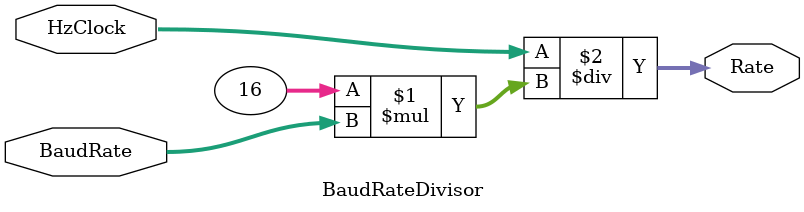
<source format=v>
module BaudRateGenerator(
    input Clk, Reset,
	 input [31:0] BaudRate,
    output Tick
);

	reg [31:0] Counter; // Contador
	wire [31:0] Rate; // Divisor para BaudRate

	BaudRateDivisor BRD(.HzClock(32'd50000000), .BaudRate(BaudRate), .Rate(Rate));

	always @(posedge Clk or negedge Reset)
	begin
		if (!Reset)
		begin
			Counter <= 32'd1;
		end
		else if (Tick)
		begin
			Counter <= 32'd1;
		end
		else Counter <= Counter + 32'd1;
	end
	
	assign Tick = (Counter == Rate);
	
endmodule

module BaudRateDivisor(
	input [31:0] HzClock, BaudRate,
	output wire [31:0] Rate
);
	// Valor para dividir o Gerador
	assign Rate = HzClock / (16 * BaudRate);

endmodule

</source>
